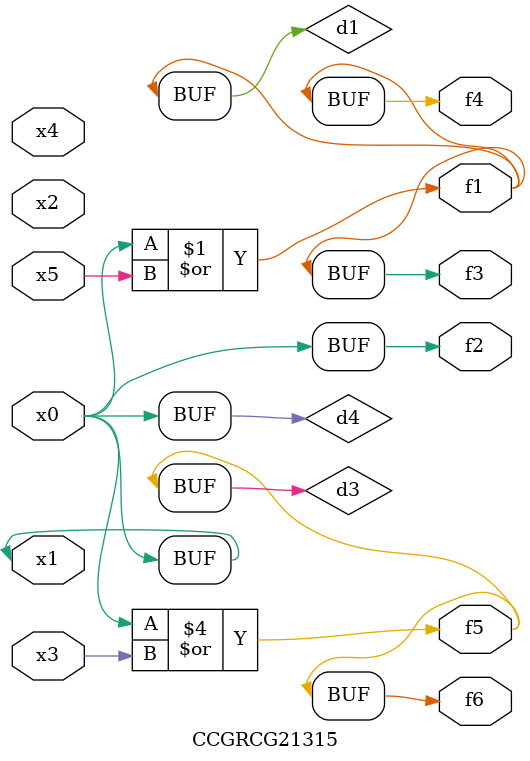
<source format=v>
module CCGRCG21315(
	input x0, x1, x2, x3, x4, x5,
	output f1, f2, f3, f4, f5, f6
);

	wire d1, d2, d3, d4;

	or (d1, x0, x5);
	xnor (d2, x1, x4);
	or (d3, x0, x3);
	buf (d4, x0, x1);
	assign f1 = d1;
	assign f2 = d4;
	assign f3 = d1;
	assign f4 = d1;
	assign f5 = d3;
	assign f6 = d3;
endmodule

</source>
